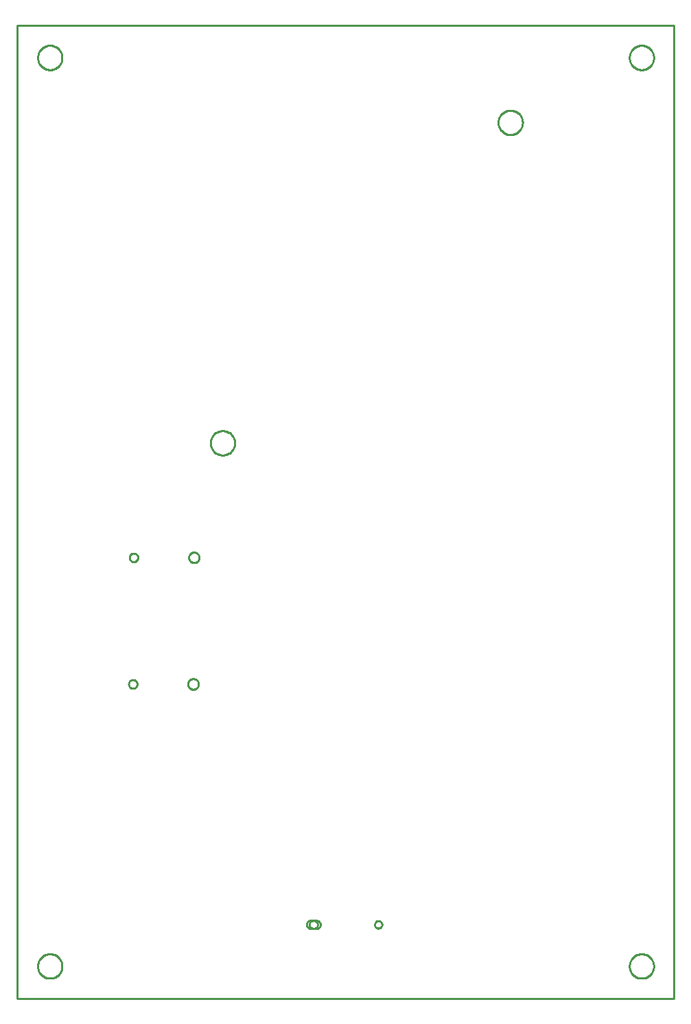
<source format=gbr>
G04 EAGLE Gerber RS-274X export*
G75*
%MOMM*%
%FSLAX34Y34*%
%LPD*%
%IN*%
%IPPOS*%
%AMOC8*
5,1,8,0,0,1.08239X$1,22.5*%
G01*
%ADD10C,0.254000*%


D10*
X0Y0D02*
X809978Y0D01*
X809978Y1200000D01*
X0Y1200000D01*
X0Y0D01*
X361700Y86200D02*
X368700Y86200D01*
X369136Y86219D01*
X369568Y86276D01*
X369994Y86370D01*
X370410Y86502D01*
X370813Y86668D01*
X371200Y86870D01*
X371568Y87104D01*
X371914Y87370D01*
X372236Y87664D01*
X372530Y87986D01*
X372796Y88332D01*
X373030Y88700D01*
X373232Y89087D01*
X373398Y89490D01*
X373530Y89906D01*
X373624Y90332D01*
X373681Y90764D01*
X373700Y91200D01*
X373681Y91636D01*
X373624Y92068D01*
X373530Y92494D01*
X373398Y92910D01*
X373232Y93313D01*
X373030Y93700D01*
X372796Y94068D01*
X372530Y94414D01*
X372236Y94736D01*
X371914Y95030D01*
X371568Y95296D01*
X371200Y95530D01*
X370813Y95732D01*
X370410Y95898D01*
X369994Y96030D01*
X369568Y96124D01*
X369136Y96181D01*
X368700Y96200D01*
X361700Y96200D01*
X361264Y96181D01*
X360832Y96124D01*
X360406Y96030D01*
X359990Y95898D01*
X359587Y95732D01*
X359200Y95530D01*
X358832Y95296D01*
X358486Y95030D01*
X358164Y94736D01*
X357870Y94414D01*
X357604Y94068D01*
X357370Y93700D01*
X357168Y93313D01*
X357002Y92910D01*
X356870Y92494D01*
X356776Y92068D01*
X356719Y91636D01*
X356700Y91200D01*
X356719Y90764D01*
X356776Y90332D01*
X356870Y89906D01*
X357002Y89490D01*
X357168Y89087D01*
X357370Y88700D01*
X357604Y88332D01*
X357870Y87986D01*
X358164Y87664D01*
X358486Y87370D01*
X358832Y87104D01*
X359200Y86870D01*
X359587Y86668D01*
X359990Y86502D01*
X360406Y86370D01*
X360832Y86276D01*
X361264Y86219D01*
X361700Y86200D01*
X268100Y684364D02*
X268024Y683296D01*
X267871Y682235D01*
X267643Y681188D01*
X267341Y680160D01*
X266967Y679156D01*
X266522Y678181D01*
X266008Y677241D01*
X265429Y676340D01*
X264787Y675482D01*
X264085Y674672D01*
X263328Y673915D01*
X262518Y673213D01*
X261660Y672571D01*
X260759Y671992D01*
X259819Y671478D01*
X258844Y671033D01*
X257840Y670659D01*
X256812Y670357D01*
X255765Y670129D01*
X254704Y669976D01*
X253636Y669900D01*
X252564Y669900D01*
X251496Y669976D01*
X250435Y670129D01*
X249388Y670357D01*
X248360Y670659D01*
X247356Y671033D01*
X246381Y671478D01*
X245441Y671992D01*
X244540Y672571D01*
X243682Y673213D01*
X242872Y673915D01*
X242115Y674672D01*
X241413Y675482D01*
X240771Y676340D01*
X240192Y677241D01*
X239678Y678181D01*
X239233Y679156D01*
X238859Y680160D01*
X238557Y681188D01*
X238329Y682235D01*
X238176Y683296D01*
X238100Y684364D01*
X238100Y685436D01*
X238176Y686504D01*
X238329Y687565D01*
X238557Y688612D01*
X238859Y689640D01*
X239233Y690644D01*
X239678Y691619D01*
X240192Y692559D01*
X240771Y693460D01*
X241413Y694318D01*
X242115Y695128D01*
X242872Y695885D01*
X243682Y696587D01*
X244540Y697229D01*
X245441Y697808D01*
X246381Y698322D01*
X247356Y698767D01*
X248360Y699141D01*
X249388Y699443D01*
X250435Y699671D01*
X251496Y699824D01*
X252564Y699900D01*
X253636Y699900D01*
X254704Y699824D01*
X255765Y699671D01*
X256812Y699443D01*
X257840Y699141D01*
X258844Y698767D01*
X259819Y698322D01*
X260759Y697808D01*
X261660Y697229D01*
X262518Y696587D01*
X263328Y695885D01*
X264085Y695128D01*
X264787Y694318D01*
X265429Y693460D01*
X266008Y692559D01*
X266522Y691619D01*
X266967Y690644D01*
X267341Y689640D01*
X267643Y688612D01*
X267871Y687565D01*
X268024Y686504D01*
X268100Y685436D01*
X268100Y684364D01*
X623200Y1079464D02*
X623124Y1078396D01*
X622971Y1077335D01*
X622743Y1076288D01*
X622441Y1075260D01*
X622067Y1074256D01*
X621622Y1073281D01*
X621108Y1072341D01*
X620529Y1071440D01*
X619887Y1070582D01*
X619185Y1069772D01*
X618428Y1069015D01*
X617618Y1068313D01*
X616760Y1067671D01*
X615859Y1067092D01*
X614919Y1066578D01*
X613944Y1066133D01*
X612940Y1065759D01*
X611912Y1065457D01*
X610865Y1065229D01*
X609804Y1065076D01*
X608736Y1065000D01*
X607664Y1065000D01*
X606596Y1065076D01*
X605535Y1065229D01*
X604488Y1065457D01*
X603460Y1065759D01*
X602456Y1066133D01*
X601481Y1066578D01*
X600541Y1067092D01*
X599640Y1067671D01*
X598782Y1068313D01*
X597972Y1069015D01*
X597215Y1069772D01*
X596513Y1070582D01*
X595871Y1071440D01*
X595292Y1072341D01*
X594778Y1073281D01*
X594333Y1074256D01*
X593959Y1075260D01*
X593657Y1076288D01*
X593429Y1077335D01*
X593276Y1078396D01*
X593200Y1079464D01*
X593200Y1080536D01*
X593276Y1081604D01*
X593429Y1082665D01*
X593657Y1083712D01*
X593959Y1084740D01*
X594333Y1085744D01*
X594778Y1086719D01*
X595292Y1087659D01*
X595871Y1088560D01*
X596513Y1089418D01*
X597215Y1090228D01*
X597972Y1090985D01*
X598782Y1091687D01*
X599640Y1092329D01*
X600541Y1092908D01*
X601481Y1093422D01*
X602456Y1093867D01*
X603460Y1094241D01*
X604488Y1094543D01*
X605535Y1094771D01*
X606596Y1094924D01*
X607664Y1095000D01*
X608736Y1095000D01*
X609804Y1094924D01*
X610865Y1094771D01*
X611912Y1094543D01*
X612940Y1094241D01*
X613944Y1093867D01*
X614919Y1093422D01*
X615859Y1092908D01*
X616760Y1092329D01*
X617618Y1091687D01*
X618428Y1090985D01*
X619185Y1090228D01*
X619887Y1089418D01*
X620529Y1088560D01*
X621108Y1087659D01*
X621622Y1086719D01*
X622067Y1085744D01*
X622441Y1084740D01*
X622743Y1083712D01*
X622971Y1082665D01*
X623124Y1081604D01*
X623200Y1080536D01*
X623200Y1079464D01*
X785000Y39464D02*
X784924Y38396D01*
X784771Y37335D01*
X784543Y36288D01*
X784241Y35260D01*
X783867Y34256D01*
X783422Y33281D01*
X782908Y32341D01*
X782329Y31440D01*
X781687Y30582D01*
X780985Y29772D01*
X780228Y29015D01*
X779418Y28313D01*
X778560Y27671D01*
X777659Y27092D01*
X776719Y26578D01*
X775744Y26133D01*
X774740Y25759D01*
X773712Y25457D01*
X772665Y25229D01*
X771604Y25076D01*
X770536Y25000D01*
X769464Y25000D01*
X768396Y25076D01*
X767335Y25229D01*
X766288Y25457D01*
X765260Y25759D01*
X764256Y26133D01*
X763281Y26578D01*
X762341Y27092D01*
X761440Y27671D01*
X760582Y28313D01*
X759772Y29015D01*
X759015Y29772D01*
X758313Y30582D01*
X757671Y31440D01*
X757092Y32341D01*
X756578Y33281D01*
X756133Y34256D01*
X755759Y35260D01*
X755457Y36288D01*
X755229Y37335D01*
X755076Y38396D01*
X755000Y39464D01*
X755000Y40536D01*
X755076Y41604D01*
X755229Y42665D01*
X755457Y43712D01*
X755759Y44740D01*
X756133Y45744D01*
X756578Y46719D01*
X757092Y47659D01*
X757671Y48560D01*
X758313Y49418D01*
X759015Y50228D01*
X759772Y50985D01*
X760582Y51687D01*
X761440Y52329D01*
X762341Y52908D01*
X763281Y53422D01*
X764256Y53867D01*
X765260Y54241D01*
X766288Y54543D01*
X767335Y54771D01*
X768396Y54924D01*
X769464Y55000D01*
X770536Y55000D01*
X771604Y54924D01*
X772665Y54771D01*
X773712Y54543D01*
X774740Y54241D01*
X775744Y53867D01*
X776719Y53422D01*
X777659Y52908D01*
X778560Y52329D01*
X779418Y51687D01*
X780228Y50985D01*
X780985Y50228D01*
X781687Y49418D01*
X782329Y48560D01*
X782908Y47659D01*
X783422Y46719D01*
X783867Y45744D01*
X784241Y44740D01*
X784543Y43712D01*
X784771Y42665D01*
X784924Y41604D01*
X785000Y40536D01*
X785000Y39464D01*
X55000Y39464D02*
X54924Y38396D01*
X54771Y37335D01*
X54543Y36288D01*
X54241Y35260D01*
X53867Y34256D01*
X53422Y33281D01*
X52908Y32341D01*
X52329Y31440D01*
X51687Y30582D01*
X50985Y29772D01*
X50228Y29015D01*
X49418Y28313D01*
X48560Y27671D01*
X47659Y27092D01*
X46719Y26578D01*
X45744Y26133D01*
X44740Y25759D01*
X43712Y25457D01*
X42665Y25229D01*
X41604Y25076D01*
X40536Y25000D01*
X39464Y25000D01*
X38396Y25076D01*
X37335Y25229D01*
X36288Y25457D01*
X35260Y25759D01*
X34256Y26133D01*
X33281Y26578D01*
X32341Y27092D01*
X31440Y27671D01*
X30582Y28313D01*
X29772Y29015D01*
X29015Y29772D01*
X28313Y30582D01*
X27671Y31440D01*
X27092Y32341D01*
X26578Y33281D01*
X26133Y34256D01*
X25759Y35260D01*
X25457Y36288D01*
X25229Y37335D01*
X25076Y38396D01*
X25000Y39464D01*
X25000Y40536D01*
X25076Y41604D01*
X25229Y42665D01*
X25457Y43712D01*
X25759Y44740D01*
X26133Y45744D01*
X26578Y46719D01*
X27092Y47659D01*
X27671Y48560D01*
X28313Y49418D01*
X29015Y50228D01*
X29772Y50985D01*
X30582Y51687D01*
X31440Y52329D01*
X32341Y52908D01*
X33281Y53422D01*
X34256Y53867D01*
X35260Y54241D01*
X36288Y54543D01*
X37335Y54771D01*
X38396Y54924D01*
X39464Y55000D01*
X40536Y55000D01*
X41604Y54924D01*
X42665Y54771D01*
X43712Y54543D01*
X44740Y54241D01*
X45744Y53867D01*
X46719Y53422D01*
X47659Y52908D01*
X48560Y52329D01*
X49418Y51687D01*
X50228Y50985D01*
X50985Y50228D01*
X51687Y49418D01*
X52329Y48560D01*
X52908Y47659D01*
X53422Y46719D01*
X53867Y45744D01*
X54241Y44740D01*
X54543Y43712D01*
X54771Y42665D01*
X54924Y41604D01*
X55000Y40536D01*
X55000Y39464D01*
X55000Y1159464D02*
X54924Y1158396D01*
X54771Y1157335D01*
X54543Y1156288D01*
X54241Y1155260D01*
X53867Y1154256D01*
X53422Y1153281D01*
X52908Y1152341D01*
X52329Y1151440D01*
X51687Y1150582D01*
X50985Y1149772D01*
X50228Y1149015D01*
X49418Y1148313D01*
X48560Y1147671D01*
X47659Y1147092D01*
X46719Y1146578D01*
X45744Y1146133D01*
X44740Y1145759D01*
X43712Y1145457D01*
X42665Y1145229D01*
X41604Y1145076D01*
X40536Y1145000D01*
X39464Y1145000D01*
X38396Y1145076D01*
X37335Y1145229D01*
X36288Y1145457D01*
X35260Y1145759D01*
X34256Y1146133D01*
X33281Y1146578D01*
X32341Y1147092D01*
X31440Y1147671D01*
X30582Y1148313D01*
X29772Y1149015D01*
X29015Y1149772D01*
X28313Y1150582D01*
X27671Y1151440D01*
X27092Y1152341D01*
X26578Y1153281D01*
X26133Y1154256D01*
X25759Y1155260D01*
X25457Y1156288D01*
X25229Y1157335D01*
X25076Y1158396D01*
X25000Y1159464D01*
X25000Y1160536D01*
X25076Y1161604D01*
X25229Y1162665D01*
X25457Y1163712D01*
X25759Y1164740D01*
X26133Y1165744D01*
X26578Y1166719D01*
X27092Y1167659D01*
X27671Y1168560D01*
X28313Y1169418D01*
X29015Y1170228D01*
X29772Y1170985D01*
X30582Y1171687D01*
X31440Y1172329D01*
X32341Y1172908D01*
X33281Y1173422D01*
X34256Y1173867D01*
X35260Y1174241D01*
X36288Y1174543D01*
X37335Y1174771D01*
X38396Y1174924D01*
X39464Y1175000D01*
X40536Y1175000D01*
X41604Y1174924D01*
X42665Y1174771D01*
X43712Y1174543D01*
X44740Y1174241D01*
X45744Y1173867D01*
X46719Y1173422D01*
X47659Y1172908D01*
X48560Y1172329D01*
X49418Y1171687D01*
X50228Y1170985D01*
X50985Y1170228D01*
X51687Y1169418D01*
X52329Y1168560D01*
X52908Y1167659D01*
X53422Y1166719D01*
X53867Y1165744D01*
X54241Y1164740D01*
X54543Y1163712D01*
X54771Y1162665D01*
X54924Y1161604D01*
X55000Y1160536D01*
X55000Y1159464D01*
X785000Y1159464D02*
X784924Y1158396D01*
X784771Y1157335D01*
X784543Y1156288D01*
X784241Y1155260D01*
X783867Y1154256D01*
X783422Y1153281D01*
X782908Y1152341D01*
X782329Y1151440D01*
X781687Y1150582D01*
X780985Y1149772D01*
X780228Y1149015D01*
X779418Y1148313D01*
X778560Y1147671D01*
X777659Y1147092D01*
X776719Y1146578D01*
X775744Y1146133D01*
X774740Y1145759D01*
X773712Y1145457D01*
X772665Y1145229D01*
X771604Y1145076D01*
X770536Y1145000D01*
X769464Y1145000D01*
X768396Y1145076D01*
X767335Y1145229D01*
X766288Y1145457D01*
X765260Y1145759D01*
X764256Y1146133D01*
X763281Y1146578D01*
X762341Y1147092D01*
X761440Y1147671D01*
X760582Y1148313D01*
X759772Y1149015D01*
X759015Y1149772D01*
X758313Y1150582D01*
X757671Y1151440D01*
X757092Y1152341D01*
X756578Y1153281D01*
X756133Y1154256D01*
X755759Y1155260D01*
X755457Y1156288D01*
X755229Y1157335D01*
X755076Y1158396D01*
X755000Y1159464D01*
X755000Y1160536D01*
X755076Y1161604D01*
X755229Y1162665D01*
X755457Y1163712D01*
X755759Y1164740D01*
X756133Y1165744D01*
X756578Y1166719D01*
X757092Y1167659D01*
X757671Y1168560D01*
X758313Y1169418D01*
X759015Y1170228D01*
X759772Y1170985D01*
X760582Y1171687D01*
X761440Y1172329D01*
X762341Y1172908D01*
X763281Y1173422D01*
X764256Y1173867D01*
X765260Y1174241D01*
X766288Y1174543D01*
X767335Y1174771D01*
X768396Y1174924D01*
X769464Y1175000D01*
X770536Y1175000D01*
X771604Y1174924D01*
X772665Y1174771D01*
X773712Y1174543D01*
X774740Y1174241D01*
X775744Y1173867D01*
X776719Y1173422D01*
X777659Y1172908D01*
X778560Y1172329D01*
X779418Y1171687D01*
X780228Y1170985D01*
X780985Y1170228D01*
X781687Y1169418D01*
X782329Y1168560D01*
X782908Y1167659D01*
X783422Y1166719D01*
X783867Y1165744D01*
X784241Y1164740D01*
X784543Y1163712D01*
X784771Y1162665D01*
X784924Y1161604D01*
X785000Y1160536D01*
X785000Y1159464D01*
X217169Y394200D02*
X217805Y394137D01*
X218431Y394013D01*
X219042Y393827D01*
X219632Y393583D01*
X220196Y393282D01*
X220727Y392927D01*
X221220Y392522D01*
X221672Y392070D01*
X222077Y391577D01*
X222432Y391046D01*
X222733Y390482D01*
X222977Y389892D01*
X223163Y389281D01*
X223287Y388655D01*
X223350Y388019D01*
X223350Y387381D01*
X223287Y386745D01*
X223163Y386119D01*
X222977Y385508D01*
X222733Y384918D01*
X222432Y384354D01*
X222077Y383823D01*
X221672Y383330D01*
X221220Y382878D01*
X220727Y382473D01*
X220196Y382118D01*
X219632Y381817D01*
X219042Y381573D01*
X218431Y381387D01*
X217805Y381263D01*
X217169Y381200D01*
X216531Y381200D01*
X215895Y381263D01*
X215269Y381387D01*
X214658Y381573D01*
X214068Y381817D01*
X213504Y382118D01*
X212973Y382473D01*
X212480Y382878D01*
X212028Y383330D01*
X211623Y383823D01*
X211268Y384354D01*
X210967Y384918D01*
X210723Y385508D01*
X210537Y386119D01*
X210413Y386745D01*
X210350Y387381D01*
X210350Y388019D01*
X210413Y388655D01*
X210537Y389281D01*
X210723Y389892D01*
X210967Y390482D01*
X211268Y391046D01*
X211623Y391577D01*
X212028Y392070D01*
X212480Y392522D01*
X212973Y392927D01*
X213504Y393282D01*
X214068Y393583D01*
X214658Y393827D01*
X215269Y394013D01*
X215895Y394137D01*
X216531Y394200D01*
X217169Y394200D01*
X142645Y392950D02*
X143231Y392884D01*
X143806Y392753D01*
X144362Y392558D01*
X144894Y392302D01*
X145393Y391988D01*
X145854Y391621D01*
X146271Y391204D01*
X146638Y390743D01*
X146952Y390244D01*
X147208Y389712D01*
X147403Y389156D01*
X147534Y388581D01*
X147600Y387995D01*
X147600Y387405D01*
X147534Y386819D01*
X147403Y386244D01*
X147208Y385688D01*
X146952Y385156D01*
X146638Y384657D01*
X146271Y384196D01*
X145854Y383779D01*
X145393Y383412D01*
X144894Y383098D01*
X144362Y382842D01*
X143806Y382647D01*
X143231Y382516D01*
X142645Y382450D01*
X142055Y382450D01*
X141469Y382516D01*
X140894Y382647D01*
X140338Y382842D01*
X139806Y383098D01*
X139307Y383412D01*
X138846Y383779D01*
X138429Y384196D01*
X138062Y384657D01*
X137748Y385156D01*
X137492Y385688D01*
X137297Y386244D01*
X137166Y386819D01*
X137100Y387405D01*
X137100Y387995D01*
X137166Y388581D01*
X137297Y389156D01*
X137492Y389712D01*
X137748Y390244D01*
X138062Y390743D01*
X138429Y391204D01*
X138846Y391621D01*
X139307Y391988D01*
X139806Y392302D01*
X140338Y392558D01*
X140894Y392753D01*
X141469Y392884D01*
X142055Y392950D01*
X142645Y392950D01*
X218169Y550200D02*
X218805Y550137D01*
X219431Y550013D01*
X220042Y549827D01*
X220632Y549583D01*
X221196Y549282D01*
X221727Y548927D01*
X222220Y548522D01*
X222672Y548070D01*
X223077Y547577D01*
X223432Y547046D01*
X223733Y546482D01*
X223977Y545892D01*
X224163Y545281D01*
X224287Y544655D01*
X224350Y544019D01*
X224350Y543381D01*
X224287Y542745D01*
X224163Y542119D01*
X223977Y541508D01*
X223733Y540918D01*
X223432Y540354D01*
X223077Y539823D01*
X222672Y539330D01*
X222220Y538878D01*
X221727Y538473D01*
X221196Y538118D01*
X220632Y537817D01*
X220042Y537573D01*
X219431Y537387D01*
X218805Y537263D01*
X218169Y537200D01*
X217531Y537200D01*
X216895Y537263D01*
X216269Y537387D01*
X215658Y537573D01*
X215068Y537817D01*
X214504Y538118D01*
X213973Y538473D01*
X213480Y538878D01*
X213028Y539330D01*
X212623Y539823D01*
X212268Y540354D01*
X211967Y540918D01*
X211723Y541508D01*
X211537Y542119D01*
X211413Y542745D01*
X211350Y543381D01*
X211350Y544019D01*
X211413Y544655D01*
X211537Y545281D01*
X211723Y545892D01*
X211967Y546482D01*
X212268Y547046D01*
X212623Y547577D01*
X213028Y548070D01*
X213480Y548522D01*
X213973Y548927D01*
X214504Y549282D01*
X215068Y549583D01*
X215658Y549827D01*
X216269Y550013D01*
X216895Y550137D01*
X217531Y550200D01*
X218169Y550200D01*
X143645Y548950D02*
X144231Y548884D01*
X144806Y548753D01*
X145362Y548558D01*
X145894Y548302D01*
X146393Y547988D01*
X146854Y547621D01*
X147271Y547204D01*
X147638Y546743D01*
X147952Y546244D01*
X148208Y545712D01*
X148403Y545156D01*
X148534Y544581D01*
X148600Y543995D01*
X148600Y543405D01*
X148534Y542819D01*
X148403Y542244D01*
X148208Y541688D01*
X147952Y541156D01*
X147638Y540657D01*
X147271Y540196D01*
X146854Y539779D01*
X146393Y539412D01*
X145894Y539098D01*
X145362Y538842D01*
X144806Y538647D01*
X144231Y538516D01*
X143645Y538450D01*
X143055Y538450D01*
X142469Y538516D01*
X141894Y538647D01*
X141338Y538842D01*
X140806Y539098D01*
X140307Y539412D01*
X139846Y539779D01*
X139429Y540196D01*
X139062Y540657D01*
X138748Y541156D01*
X138492Y541688D01*
X138297Y542244D01*
X138166Y542819D01*
X138100Y543405D01*
X138100Y543995D01*
X138166Y544581D01*
X138297Y545156D01*
X138492Y545712D01*
X138748Y546244D01*
X139062Y546743D01*
X139429Y547204D01*
X139846Y547621D01*
X140307Y547988D01*
X140806Y548302D01*
X141338Y548558D01*
X141894Y548753D01*
X142469Y548884D01*
X143055Y548950D01*
X143645Y548950D01*
X440700Y90905D02*
X440777Y90320D01*
X440930Y89750D01*
X441155Y89205D01*
X441450Y88695D01*
X441809Y88227D01*
X442227Y87809D01*
X442695Y87450D01*
X443205Y87155D01*
X443750Y86930D01*
X444320Y86777D01*
X444905Y86700D01*
X445495Y86700D01*
X446080Y86777D01*
X446650Y86930D01*
X447195Y87155D01*
X447705Y87450D01*
X448173Y87809D01*
X448591Y88227D01*
X448950Y88695D01*
X449245Y89205D01*
X449470Y89750D01*
X449623Y90320D01*
X449700Y90905D01*
X449700Y91495D01*
X449623Y92080D01*
X449470Y92650D01*
X449245Y93195D01*
X448950Y93705D01*
X448591Y94173D01*
X448173Y94591D01*
X447705Y94950D01*
X447195Y95245D01*
X446650Y95470D01*
X446080Y95623D01*
X445495Y95700D01*
X444905Y95700D01*
X444320Y95623D01*
X443750Y95470D01*
X443205Y95245D01*
X442695Y94950D01*
X442227Y94591D01*
X441809Y94173D01*
X441450Y93705D01*
X441155Y93195D01*
X440930Y92650D01*
X440777Y92080D01*
X440700Y91495D01*
X440700Y90905D01*
X360200Y90919D02*
X360263Y90361D01*
X360388Y89814D01*
X360573Y89284D01*
X360817Y88778D01*
X361116Y88302D01*
X361466Y87863D01*
X361863Y87466D01*
X362302Y87116D01*
X362778Y86817D01*
X363284Y86573D01*
X363814Y86388D01*
X364361Y86263D01*
X364919Y86200D01*
X365481Y86200D01*
X366039Y86263D01*
X366586Y86388D01*
X367116Y86573D01*
X367622Y86817D01*
X368098Y87116D01*
X368537Y87466D01*
X368934Y87863D01*
X369284Y88302D01*
X369583Y88778D01*
X369827Y89284D01*
X370012Y89814D01*
X370137Y90361D01*
X370200Y90919D01*
X370200Y91481D01*
X370137Y92039D01*
X370012Y92586D01*
X369827Y93116D01*
X369583Y93622D01*
X369284Y94098D01*
X368934Y94537D01*
X368537Y94934D01*
X368098Y95284D01*
X367622Y95583D01*
X367116Y95827D01*
X366586Y96012D01*
X366039Y96137D01*
X365481Y96200D01*
X364919Y96200D01*
X364361Y96137D01*
X363814Y96012D01*
X363284Y95827D01*
X362778Y95583D01*
X362302Y95284D01*
X361863Y94934D01*
X361466Y94537D01*
X361116Y94098D01*
X360817Y93622D01*
X360573Y93116D01*
X360388Y92586D01*
X360263Y92039D01*
X360200Y91481D01*
X360200Y90919D01*
M02*

</source>
